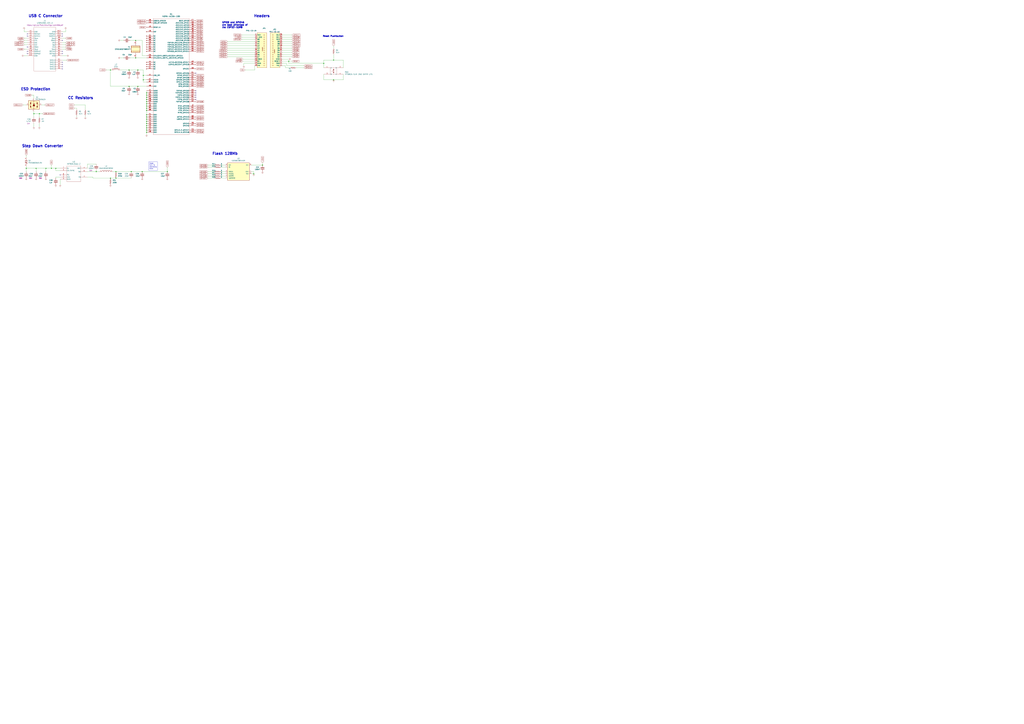
<source format=kicad_sch>
(kicad_sch (version 20230121) (generator eeschema)
  (paper "A0")
  (junction (at 152.4 199.39))
  (junction (at 335.28 71.12))
  (junction (at 170.18 118.11))
  (junction (at 375.92 73.66))
  (junction (at 128.27 81.28))
  (junction (at 134.62 199.39))
  (junction (at 149.86 81.28))
  (junction (at 170.18 123.19))
  (junction (at 170.18 135.89))
  (junction (at 64.77 195.58))
  (junction (at 170.18 107.95))
  (junction (at 387.35 69.85))
  (junction (at 39.37 132.08))
  (junction (at 166.37 87.63))
  (junction (at 53.34 195.58))
  (junction (at 170.18 115.57))
  (junction (at 170.18 153.67))
  (junction (at 160.02 81.28))
  (junction (at 166.37 92.71))
  (junction (at 170.18 133.35))
  (junction (at 387.35 92.71))
  (junction (at 170.18 120.65))
  (junction (at 170.18 151.13))
  (junction (at 170.18 148.59))
  (junction (at 157.48 67.31))
  (junction (at 41.91 195.58))
  (junction (at 149.86 100.33))
  (junction (at 160.02 100.33))
  (junction (at 170.18 143.51))
  (junction (at 170.18 138.43))
  (junction (at 45.72 132.08))
  (junction (at 194.31 199.39))
  (junction (at 170.18 146.05))
  (junction (at 304.8 191.77))
  (junction (at 59.69 195.58))
  (junction (at 170.18 125.73))
  (junction (at 134.62 207.01))
  (junction (at 165.1 199.39))
  (junction (at 30.48 195.58))
  (junction (at 170.18 140.97))
  (junction (at 294.64 201.93))
  (junction (at 170.18 128.27))
  (junction (at 170.18 113.03))
  (junction (at 157.48 46.99))
  (junction (at 128.27 207.01))
  (junction (at 170.18 110.49))
  (junction (at 111.76 199.39))
  (no_connect (at 72.39 39.37))
  (no_connect (at 72.39 62.23))
  (no_connect (at 227.33 85.09))
  (no_connect (at 227.33 115.57))
  (no_connect (at 31.75 59.69))
  (no_connect (at 227.33 110.49))
  (no_connect (at 72.39 72.39))
  (no_connect (at 72.39 59.69))
  (no_connect (at 72.39 77.47))
  (no_connect (at 31.75 62.23))
  (no_connect (at 227.33 107.95))
  (no_connect (at 227.33 113.03))
  (no_connect (at 72.39 80.01))
  (no_connect (at 72.39 41.91))
  (no_connect (at 31.75 54.61))
  (no_connect (at 31.75 39.37))
  (no_connect (at 31.75 41.91))
  (no_connect (at 72.39 74.93))
  (no_connect (at 227.33 105.41))
  (no_connect (at 69.85 203.2))
  (no_connect (at 72.39 46.99))
  (wire (pts (xy 88.9 125.73) (xy 88.9 127)))
  (wire (pts (xy 86.36 121.92) (xy 99.06 121.92)))
  (wire (pts (xy 387.35 63.5) (xy 387.35 69.85)))
  (wire (pts (xy 165.1 64.77) (xy 165.1 46.99)))
  (wire (pts (xy 107.95 205.74) (xy 101.6 205.74)))
  (wire (pts (xy 170.18 146.05) (xy 170.18 148.59)))
  (wire (pts (xy 170.18 153.67) (xy 170.18 156.21)))
  (wire (pts (xy 134.62 207.01) (xy 128.27 207.01)))
  (wire (pts (xy 39.37 132.08) (xy 45.72 132.08)))
  (wire (pts (xy 335.28 71.12) (xy 339.09 71.12)))
  (wire (pts (xy 166.37 92.71) (xy 170.18 92.71)))
  (wire (pts (xy 294.64 201.93) (xy 292.1 201.93)))
  (wire (pts (xy 48.26 121.92) (xy 52.07 121.92)))
  (wire (pts (xy 166.37 87.63) (xy 166.37 81.28)))
  (wire (pts (xy 45.72 143.51) (xy 45.72 147.32)))
  (wire (pts (xy 64.77 195.58) (xy 69.85 195.58)))
  (wire (pts (xy 27.94 64.77) (xy 31.75 64.77)))
  (wire (pts (xy 166.37 95.25) (xy 166.37 92.71)))
  (wire (pts (xy 398.78 69.85) (xy 387.35 69.85)))
  (wire (pts (xy 157.48 67.31) (xy 170.18 67.31)))
  (wire (pts (xy 166.37 81.28) (xy 160.02 81.28)))
  (wire (pts (xy 72.39 64.77) (xy 77.47 64.77)))
  (wire (pts (xy 170.18 128.27) (xy 170.18 133.35)))
  (wire (pts (xy 327.66 71.12) (xy 335.28 71.12)))
  (wire (pts (xy 45.72 132.08) (xy 49.53 132.08)))
  (wire (pts (xy 170.18 125.73) (xy 170.18 128.27)))
  (wire (pts (xy 327.66 58.42) (xy 339.09 58.42)))
  (wire (pts (xy 76.2 36.83) (xy 72.39 36.83)))
  (wire (pts (xy 30.48 195.58) (xy 41.91 195.58)))
  (wire (pts (xy 256.54 194.31) (xy 261.62 194.31)))
  (wire (pts (xy 59.69 195.58) (xy 64.77 195.58)))
  (wire (pts (xy 375.92 69.85) (xy 375.92 73.66)))
  (wire (pts (xy 387.35 69.85) (xy 375.92 69.85)))
  (wire (pts (xy 241.3 199.39) (xy 248.92 199.39)))
  (wire (pts (xy 170.18 100.33) (xy 160.02 100.33)))
  (wire (pts (xy 27.94 52.07) (xy 31.75 52.07)))
  (wire (pts (xy 241.3 194.31) (xy 248.92 194.31)))
  (wire (pts (xy 30.48 195.58) (xy 30.48 199.39)))
  (wire (pts (xy 327.66 66.04) (xy 339.09 66.04)))
  (wire (pts (xy 86.36 125.73) (xy 88.9 125.73)))
  (wire (pts (xy 170.18 105.41) (xy 170.18 107.95)))
  (wire (pts (xy 152.4 199.39) (xy 165.1 199.39)))
  (wire (pts (xy 170.18 123.19) (xy 170.18 125.73)))
  (wire (pts (xy 53.34 195.58) (xy 59.69 195.58)))
  (wire (pts (xy 41.91 195.58) (xy 41.91 199.39)))
  (wire (pts (xy 111.76 199.39) (xy 111.76 198.12)))
  (wire (pts (xy 256.54 204.47) (xy 261.62 204.47)))
  (wire (pts (xy 88.9 134.62) (xy 88.9 135.89)))
  (wire (pts (xy 327.66 53.34) (xy 339.09 53.34)))
  (wire (pts (xy 41.91 195.58) (xy 53.34 195.58)))
  (wire (pts (xy 27.94 36.83) (xy 31.75 36.83)))
  (wire (pts (xy 39.37 143.51) (xy 39.37 147.32)))
  (wire (pts (xy 264.16 58.42) (xy 295.91 58.42)))
  (wire (pts (xy 128.27 207.01) (xy 107.95 207.01)))
  (wire (pts (xy 128.27 100.33) (xy 149.86 100.33)))
  (wire (pts (xy 30.48 180.34) (xy 30.48 182.88)))
  (wire (pts (xy 26.67 121.92) (xy 30.48 121.92)))
  (wire (pts (xy 335.28 68.58) (xy 327.66 68.58)))
  (wire (pts (xy 36.83 110.49) (xy 39.37 110.49)))
  (wire (pts (xy 64.77 198.12) (xy 64.77 195.58)))
  (wire (pts (xy 170.18 118.11) (xy 170.18 120.65)))
  (wire (pts (xy 27.94 44.45) (xy 31.75 44.45)))
  (wire (pts (xy 30.48 193.04) (xy 30.48 195.58)))
  (wire (pts (xy 292.1 199.39) (xy 294.64 199.39)))
  (wire (pts (xy 123.19 81.28) (xy 128.27 81.28)))
  (wire (pts (xy 294.64 199.39) (xy 294.64 201.93)))
  (wire (pts (xy 398.78 92.71) (xy 387.35 92.71)))
  (wire (pts (xy 99.06 134.62) (xy 99.06 135.89)))
  (wire (pts (xy 170.18 110.49) (xy 170.18 113.03)))
  (wire (pts (xy 284.48 81.28) (xy 295.91 81.28)))
  (wire (pts (xy 256.54 207.01) (xy 261.62 207.01)))
  (wire (pts (xy 335.28 71.12) (xy 335.28 73.66)))
  (wire (pts (xy 398.78 78.74) (xy 398.78 69.85)))
  (wire (pts (xy 281.94 68.58) (xy 295.91 68.58)))
  (wire (pts (xy 327.66 50.8) (xy 339.09 50.8)))
  (wire (pts (xy 134.62 199.39) (xy 152.4 199.39)))
  (wire (pts (xy 295.91 81.28) (xy 295.91 76.2)))
  (wire (pts (xy 327.66 48.26) (xy 339.09 48.26)))
  (wire (pts (xy 130.81 199.39) (xy 134.62 199.39)))
  (wire (pts (xy 256.54 191.77) (xy 261.62 191.77)))
  (wire (pts (xy 101.6 190.5) (xy 111.76 190.5)))
  (wire (pts (xy 170.18 87.63) (xy 166.37 87.63)))
  (wire (pts (xy 335.28 73.66) (xy 375.92 73.66)))
  (wire (pts (xy 327.66 43.18) (xy 339.09 43.18)))
  (wire (pts (xy 39.37 110.49) (xy 39.37 114.3)))
  (wire (pts (xy 64.77 205.74) (xy 69.85 205.74)))
  (wire (pts (xy 151.13 67.31) (xy 157.48 67.31)))
  (wire (pts (xy 101.6 199.39) (xy 111.76 199.39)))
  (wire (pts (xy 59.69 191.77) (xy 59.69 195.58)))
  (wire (pts (xy 39.37 132.08) (xy 39.37 135.89)))
  (wire (pts (xy 264.16 66.04) (xy 295.91 66.04)))
  (wire (pts (xy 241.3 204.47) (xy 248.92 204.47)))
  (wire (pts (xy 256.54 199.39) (xy 261.62 199.39)))
  (wire (pts (xy 77.47 69.85) (xy 72.39 69.85)))
  (wire (pts (xy 170.18 113.03) (xy 170.18 115.57)))
  (wire (pts (xy 72.39 44.45) (xy 76.2 44.45)))
  (wire (pts (xy 27.94 57.15) (xy 31.75 57.15)))
  (wire (pts (xy 69.85 198.12) (xy 64.77 198.12)))
  (wire (pts (xy 241.3 191.77) (xy 248.92 191.77)))
  (wire (pts (xy 160.02 100.33) (xy 149.86 100.33)))
  (wire (pts (xy 170.18 107.95) (xy 170.18 110.49)))
  (wire (pts (xy 170.18 151.13) (xy 170.18 153.67)))
  (wire (pts (xy 332.74 76.2) (xy 332.74 73.66)))
  (wire (pts (xy 69.85 208.28) (xy 69.85 214.63)))
  (wire (pts (xy 139.7 46.99) (xy 143.51 46.99)))
  (wire (pts (xy 76.2 34.29) (xy 76.2 36.83)))
  (wire (pts (xy 353.06 76.2) (xy 332.74 76.2)))
  (wire (pts (xy 264.16 50.8) (xy 295.91 50.8)))
  (wire (pts (xy 170.18 120.65) (xy 170.18 123.19)))
  (wire (pts (xy 72.39 49.53) (xy 76.2 49.53)))
  (wire (pts (xy 280.67 45.72) (xy 295.91 45.72)))
  (wire (pts (xy 264.16 55.88) (xy 295.91 55.88)))
  (wire (pts (xy 331.47 76.2) (xy 327.66 76.2)))
  (wire (pts (xy 327.66 55.88) (xy 339.09 55.88)))
  (wire (pts (xy 160.02 81.28) (xy 149.86 81.28)))
  (wire (pts (xy 170.18 135.89) (xy 170.18 138.43)))
  (wire (pts (xy 283.21 76.2) (xy 283.21 73.66)))
  (wire (pts (xy 53.34 195.58) (xy 53.34 199.39)))
  (wire (pts (xy 280.67 40.64) (xy 295.91 40.64)))
  (wire (pts (xy 264.16 48.26) (xy 295.91 48.26)))
  (wire (pts (xy 375.92 92.71) (xy 387.35 92.71)))
  (wire (pts (xy 166.37 92.71) (xy 166.37 87.63)))
  (wire (pts (xy 101.6 195.58) (xy 101.6 190.5)))
  (wire (pts (xy 72.39 54.61) (xy 76.2 54.61)))
  (wire (pts (xy 39.37 129.54) (xy 39.37 132.08)))
  (wire (pts (xy 170.18 140.97) (xy 170.18 143.51)))
  (wire (pts (xy 331.47 78.74) (xy 331.47 76.2)))
  (wire (pts (xy 165.1 46.99) (xy 157.48 46.99)))
  (wire (pts (xy 170.18 148.59) (xy 170.18 151.13)))
  (wire (pts (xy 170.18 133.35) (xy 170.18 135.89)))
  (wire (pts (xy 241.3 201.93) (xy 248.92 201.93)))
  (wire (pts (xy 332.74 73.66) (xy 327.66 73.66)))
  (wire (pts (xy 398.78 86.36) (xy 398.78 92.71)))
  (wire (pts (xy 107.95 207.01) (xy 107.95 205.74)))
  (wire (pts (xy 170.18 143.51) (xy 170.18 146.05)))
  (wire (pts (xy 327.66 63.5) (xy 339.09 63.5)))
  (wire (pts (xy 327.66 45.72) (xy 339.09 45.72)))
  (wire (pts (xy 151.13 46.99) (xy 157.48 46.99)))
  (wire (pts (xy 139.7 81.28) (xy 149.86 81.28)))
  (wire (pts (xy 292.1 191.77) (xy 304.8 191.77)))
  (wire (pts (xy 27.94 34.29) (xy 27.94 36.83)))
  (wire (pts (xy 281.94 71.12) (xy 295.91 71.12)))
  (wire (pts (xy 111.76 199.39) (xy 115.57 199.39)))
  (wire (pts (xy 72.39 52.07) (xy 76.2 52.07)))
  (wire (pts (xy 165.1 64.77) (xy 170.18 64.77)))
  (wire (pts (xy 45.72 132.08) (xy 45.72 135.89)))
  (wire (pts (xy 170.18 138.43) (xy 170.18 140.97)))
  (wire (pts (xy 387.35 53.34) (xy 387.35 55.88)))
  (wire (pts (xy 327.66 40.64) (xy 339.09 40.64)))
  (wire (pts (xy 353.06 78.74) (xy 344.17 78.74)))
  (wire (pts (xy 27.94 46.99) (xy 31.75 46.99)))
  (wire (pts (xy 170.18 115.57) (xy 170.18 118.11)))
  (wire (pts (xy 194.31 194.31) (xy 194.31 199.39)))
  (wire (pts (xy 99.06 121.92) (xy 99.06 127)))
  (wire (pts (xy 283.21 73.66) (xy 295.91 73.66)))
  (wire (pts (xy 336.55 78.74) (xy 331.47 78.74)))
  (wire (pts (xy 27.94 49.53) (xy 31.75 49.53)))
  (wire (pts (xy 170.18 95.25) (xy 166.37 95.25)))
  (wire (pts (xy 64.77 205.74) (xy 64.77 207.01)))
  (wire (pts (xy 304.8 189.23) (xy 304.8 191.77)))
  (wire (pts (xy 241.3 207.01) (xy 248.92 207.01)))
  (wire (pts (xy 128.27 100.33) (xy 128.27 81.28)))
  (wire (pts (xy 264.16 60.96) (xy 295.91 60.96)))
  (wire (pts (xy 327.66 60.96) (xy 339.09 60.96)))
  (wire (pts (xy 375.92 86.36) (xy 375.92 92.71)))
  (wire (pts (xy 280.67 43.18) (xy 295.91 43.18)))
  (wire (pts (xy 72.39 57.15) (xy 76.2 57.15)))
  (wire (pts (xy 264.16 53.34) (xy 295.91 53.34)))
  (wire (pts (xy 128.27 81.28) (xy 129.54 81.28)))
  (wire (pts (xy 134.62 207.01) (xy 152.4 207.01)))
  (wire (pts (xy 256.54 201.93) (xy 261.62 201.93)))
  (wire (pts (xy 264.16 63.5) (xy 295.91 63.5)))
  (wire (pts (xy 165.1 199.39) (xy 194.31 199.39)))
  (wire (pts (xy 139.7 67.31) (xy 143.51 67.31)))
  (wire (pts (xy 375.92 73.66) (xy 375.92 78.74)))
  (text_box "Note SJ1 is normally here" (at 172.72 187.96 0) (size 10.16 10.16) (effects (font (size 1.27 1.27)) (justify left top)))
  (text "Headers" (at 294.64 20.32 0) (effects (font (size 3 3) (thickness 0.6) bold) (justify left bottom)))
  (text "Step Down Converter" (at 25.4 171.45 0) (effects (font (size 3 3) (thickness 0.6) bold) (justify left bottom)))
  (text "USB C Connector" (at 33.02 20.32 0) (effects (font (size 3 3) (thickness 0.6) bold) (justify left bottom)))
  (text "Reset Pushbutton" (at 374.65 43.18 0) (effects (font (size 1.8 1.8) (thickness 0.6) bold) (justify left bottom)))
  (text "ESD Protection" (at 24.13 105.41 0) (effects (font (size 3 3) (thickness 0.6) bold) (justify left bottom)))
  (text "Flash 128Mb" (at 246.38 180.34 0) (effects (font (size 3 3) (thickness 0.6) bold) (justify left bottom)))
  (text "GPIO0 and GPIO46\nare boot pinstraps of\nthe ESP32-S3R8" (at 257.81 33.02 0) (effects (font (size 1.8 1.8) (thickness 0.6) bold) (justify left bottom)))
  (text "CC Resistors" (at 78.74 115.57 0) (effects (font (size 3 3) (thickness 0.6) bold) (justify left bottom)))
  (global_label "GPIO1" (shape input) (at 227.33 26.67 0) (property "Intersheetrefs" "${INTERSHEET_REFS}" (effects hide)))
  (global_label "GPIO41" (shape input) (at 227.33 128.27 0) (property "Intersheetrefs" "${INTERSHEET_REFS}" (effects hide)))
  (global_label "GPIO13" (shape input) (at 264.16 63.5 180) (property "Intersheetrefs" "${INTERSHEET_REFS}" (effects hide)))
  (global_label "GPIO7" (shape input) (at 339.09 60.96 0) (property "Intersheetrefs" "${INTERSHEET_REFS}" (effects hide)))
  (global_label "CC1" (shape input) (at 27.94 46.99 180) (property "Intersheetrefs" "${INTERSHEET_REFS}" (effects hide)))
  (global_label "GPIO42" (shape input) (at 227.33 130.81 0) (property "Intersheetrefs" "${INTERSHEET_REFS}" (effects hide)))
  (global_label "GPIO14" (shape input) (at 227.33 59.69 0) (property "Intersheetrefs" "${INTERSHEET_REFS}" (effects hide)))
  (global_label "CC2" (shape input) (at 86.36 125.73 180) (property "Intersheetrefs" "${INTERSHEET_REFS}" (effects hide)))
  (global_label "GPIO28" (shape input) (at 227.33 90.17 0) (property "Intersheetrefs" "${INTERSHEET_REFS}" (effects hide)))
  (global_label "GPIO10" (shape input) (at 339.09 53.34 0) (property "Intersheetrefs" "${INTERSHEET_REFS}" (effects hide)))
  (global_label "GPIO0" (shape input) (at 227.33 24.13 0) (property "Intersheetrefs" "${INTERSHEET_REFS}" (effects hide)))
  (global_label "VUSB" (shape input) (at 27.94 44.45 180) (property "Intersheetrefs" "${INTERSHEET_REFS}" (effects hide)))
  (global_label "GPIO43" (shape input) (at 353.06 78.74 0) (property "Intersheetrefs" "${INTERSHEET_REFS}" (effects hide)))
  (global_label "USB_D_P" (shape input) (at 76.2 52.07 0) (property "Intersheetrefs" "${INTERSHEET_REFS}" (effects hide)))
  (global_label "GPIO48" (shape input) (at 280.67 40.64 180) (property "Intersheetrefs" "${INTERSHEET_REFS}" (effects hide)))
  (global_label "GPIO47" (shape input) (at 227.33 151.13 0) (property "Intersheetrefs" "${INTERSHEET_REFS}" (effects hide)))
  (global_label "GPIO44" (shape input) (at 353.06 76.2 0) (property "Intersheetrefs" "${INTERSHEET_REFS}" (effects hide)))
  (global_label "GPIO2" (shape input) (at 227.33 29.21 0) (property "Intersheetrefs" "${INTERSHEET_REFS}" (effects hide)))
  (global_label "GPIO31" (shape input) (at 227.33 97.79 0) (property "Intersheetrefs" "${INTERSHEET_REFS}" (effects hide)))
  (global_label "VUSB" (shape input) (at 76.2 57.15 0) (property "Intersheetrefs" "${INTERSHEET_REFS}" (effects hide)))
  (global_label "USB_D_N" (shape input) (at 170.18 24.13 180) (property "Intersheetrefs" "${INTERSHEET_REFS}" (effects hide)))
  (global_label "GPIO32" (shape input) (at 227.33 100.33 0) (property "Intersheetrefs" "${INTERSHEET_REFS}" (effects hide)))
  (global_label "CC2" (shape input) (at 76.2 54.61 0) (property "Intersheetrefs" "${INTERSHEET_REFS}" (effects hide)))
  (global_label "GPIO28" (shape input) (at 241.3 204.47 180) (property "Intersheetrefs" "${INTERSHEET_REFS}" (effects hide)))
  (global_label "GPIO18" (shape input) (at 227.33 74.93 0) (property "Intersheetrefs" "${INTERSHEET_REFS}" (effects hide)))
  (global_label "GPIO45" (shape input) (at 227.33 143.51 0) (property "Intersheetrefs" "${INTERSHEET_REFS}" (effects hide)))
  (global_label "GPIO21" (shape input) (at 227.33 80.01 0) (property "Intersheetrefs" "${INTERSHEET_REFS}" (effects hide)))
  (global_label "USB_D_P" (shape input) (at 52.07 121.92 0) (property "Intersheetrefs" "${INTERSHEET_REFS}" (effects hide)))
  (global_label "RESET" (shape input) (at 170.18 31.75 180) (property "Intersheetrefs" "${INTERSHEET_REFS}" (effects hide)))
  (global_label "GPIO11" (shape input) (at 227.33 52.07 0) (property "Intersheetrefs" "${INTERSHEET_REFS}" (effects hide)))
  (global_label "GPIO6" (shape input) (at 227.33 39.37 0) (property "Intersheetrefs" "${INTERSHEET_REFS}" (effects hide)))
  (global_label "VUSB" (shape input) (at 76.2 44.45 0) (property "Intersheetrefs" "${INTERSHEET_REFS}" (effects hide)))
  (global_label "GPIO38" (shape input) (at 227.33 118.11 0) (property "Intersheetrefs" "${INTERSHEET_REFS}" (effects hide)))
  (global_label "GPIO29" (shape input) (at 227.33 92.71 0) (property "Intersheetrefs" "${INTERSHEET_REFS}" (effects hide)))
  (global_label "GPIO10" (shape input) (at 227.33 49.53 0) (property "Intersheetrefs" "${INTERSHEET_REFS}" (effects hide)))
  (global_label "GPIO3" (shape input) (at 227.33 31.75 0) (property "Intersheetrefs" "${INTERSHEET_REFS}" (effects hide)))
  (global_label "VIN" (shape input) (at 59.69 191.77 90) (property "Intersheetrefs" "${INTERSHEET_REFS}" (effects hide)))
  (global_label "GPIO5" (shape input) (at 339.09 66.04 0) (property "Intersheetrefs" "${INTERSHEET_REFS}" (effects hide)))
  (global_label "USB_D_P" (shape input) (at 170.18 26.67 180) (property "Intersheetrefs" "${INTERSHEET_REFS}" (effects hide)))
  (global_label "+3V3" (shape input) (at 304.8 189.23 90) (property "Intersheetrefs" "${INTERSHEET_REFS}" (effects hide)))
  (global_label "VUSB" (shape input) (at 27.94 57.15 180) (property "Intersheetrefs" "${INTERSHEET_REFS}" (effects hide)))
  (global_label "+3V3" (shape input) (at 280.67 43.18 180) (property "Intersheetrefs" "${INTERSHEET_REFS}" (effects hide)))
  (global_label "GPIO46" (shape input) (at 227.33 146.05 0) (property "Intersheetrefs" "${INTERSHEET_REFS}" (effects hide)))
  (global_label "+3V3" (shape input) (at 123.19 81.28 180) (property "Intersheetrefs" "${INTERSHEET_REFS}" (effects hide)))
  (global_label "VUSB" (shape input) (at 30.48 180.34 90) (property "Intersheetrefs" "${INTERSHEET_REFS}" (effects hide)))
  (global_label "GPIO3" (shape input) (at 264.16 53.34 180) (property "Intersheetrefs" "${INTERSHEET_REFS}" (effects hide)))
  (global_label "GPIO8" (shape input) (at 227.33 44.45 0) (property "Intersheetrefs" "${INTERSHEET_REFS}" (effects hide)))
  (global_label "GPIO6" (shape input) (at 339.09 63.5 0) (property "Intersheetrefs" "${INTERSHEET_REFS}" (effects hide)))
  (global_label "GPIO27" (shape input) (at 227.33 87.63 0) (property "Intersheetrefs" "${INTERSHEET_REFS}" (effects hide)))
  (global_label "USB_D_P" (shape input) (at 27.94 49.53 180) (property "Intersheetrefs" "${INTERSHEET_REFS}" (effects hide)))
  (global_label "GPIO12" (shape input) (at 264.16 60.96 180) (property "Intersheetrefs" "${INTERSHEET_REFS}" (effects hide)))
  (global_label "RESET" (shape input) (at 339.09 71.12 0) (property "Intersheetrefs" "${INTERSHEET_REFS}" (effects hide)))
  (global_label "VUSB" (shape input) (at 281.94 68.58 180) (property "Intersheetrefs" "${INTERSHEET_REFS}" (effects hide)))
  (global_label "GPIO47" (shape input) (at 339.09 40.64 0) (property "Intersheetrefs" "${INTERSHEET_REFS}" (effects hide)))
  (global_label "USB_SHIELD" (shape input) (at 77.47 69.85 0) (property "Intersheetrefs" "${INTERSHEET_REFS}" (effects hide)))
  (global_label "+3V3" (shape input) (at 387.35 53.34 90) (property "Intersheetrefs" "${INTERSHEET_REFS}" (effects hide)))
  (global_label "GPIO38" (shape input) (at 339.09 43.18 0) (property "Intersheetrefs" "${INTERSHEET_REFS}" (effects hide)))
  (global_label "GPIO46" (shape input) (at 280.67 45.72 180) (property "Intersheetrefs" "${INTERSHEET_REFS}" (effects hide)))
  (global_label "GPIO9" (shape input) (at 227.33 46.99 0) (property "Intersheetrefs" "${INTERSHEET_REFS}" (effects hide)))
  (global_label "VIN" (shape input) (at 284.48 81.28 180) (property "Intersheetrefs" "${INTERSHEET_REFS}" (effects hide)))
  (global_label "USB_D_N" (shape input) (at 27.94 52.07 180) (property "Intersheetrefs" "${INTERSHEET_REFS}" (effects hide)))
  (global_label "GPIO29" (shape input) (at 241.3 194.31 180) (property "Intersheetrefs" "${INTERSHEET_REFS}" (effects hide)))
  (global_label "GPIO30" (shape input) (at 241.3 191.77 180) (property "Intersheetrefs" "${INTERSHEET_REFS}" (effects hide)))
  (global_label "GPIO17" (shape input) (at 227.33 72.39 0) (property "Intersheetrefs" "${INTERSHEET_REFS}" (effects hide)))
  (global_label "GPIO1" (shape input) (at 264.16 48.26 180) (property "Intersheetrefs" "${INTERSHEET_REFS}" (effects hide)))
  (global_label "GPIO4" (shape input) (at 227.33 34.29 0) (property "Intersheetrefs" "${INTERSHEET_REFS}" (effects hide)))
  (global_label "GPIO2" (shape input) (at 264.16 50.8 180) (property "Intersheetrefs" "${INTERSHEET_REFS}" (effects hide)))
  (global_label "GPIO11" (shape input) (at 264.16 58.42 180) (property "Intersheetrefs" "${INTERSHEET_REFS}" (effects hide)))
  (global_label "GPIO31" (shape input) (at 241.3 201.93 180) (property "Intersheetrefs" "${INTERSHEET_REFS}" (effects hide)))
  (global_label "GPIO21" (shape input) (at 339.09 45.72 0) (property "Intersheetrefs" "${INTERSHEET_REFS}" (effects hide)))
  (global_label "+3V3" (shape input) (at 194.31 194.31 90) (property "Intersheetrefs" "${INTERSHEET_REFS}" (effects hide)))
  (global_label "CC1" (shape input) (at 86.36 121.92 180) (property "Intersheetrefs" "${INTERSHEET_REFS}" (effects hide)))
  (global_label "USB_D_N" (shape input) (at 26.67 121.92 180) (property "Intersheetrefs" "${INTERSHEET_REFS}" (effects hide)))
  (global_label "USB_D_N" (shape input) (at 76.2 49.53 0) (property "Intersheetrefs" "${INTERSHEET_REFS}" (effects hide)))
  (global_label "GPIO12" (shape input) (at 227.33 54.61 0) (property "Intersheetrefs" "${INTERSHEET_REFS}" (effects hide)))
  (global_label "GPIO44" (shape input) (at 227.33 138.43 0) (property "Intersheetrefs" "${INTERSHEET_REFS}" (effects hide)))
  (global_label "GPIO5" (shape input) (at 227.33 36.83 0) (property "Intersheetrefs" "${INTERSHEET_REFS}" (effects hide)))
  (global_label "GPIO43" (shape input) (at 227.33 135.89 0) (property "Intersheetrefs" "${INTERSHEET_REFS}" (effects hide)))
  (global_label "GPIO32" (shape input) (at 241.3 199.39 180) (property "Intersheetrefs" "${INTERSHEET_REFS}" (effects hide)))
  (global_label "GPIO13" (shape input) (at 227.33 57.15 0) (property "Intersheetrefs" "${INTERSHEET_REFS}" (effects hide)))
  (global_label "GPIO18" (shape input) (at 339.09 48.26 0) (property "Intersheetrefs" "${INTERSHEET_REFS}" (effects hide)))
  (global_label "GPIO7" (shape input) (at 227.33 41.91 0) (property "Intersheetrefs" "${INTERSHEET_REFS}" (effects hide)))
  (global_label "GPIO40" (shape input) (at 227.33 125.73 0) (property "Intersheetrefs" "${INTERSHEET_REFS}" (effects hide)))
  (global_label "GPIO4" (shape input) (at 264.16 55.88 180) (property "Intersheetrefs" "${INTERSHEET_REFS}" (effects hide)))
  (global_label "GPIO39" (shape input) (at 227.33 123.19 0) (property "Intersheetrefs" "${INTERSHEET_REFS}" (effects hide)))
  (global_label "GPIO30" (shape input) (at 227.33 95.25 0) (property "Intersheetrefs" "${INTERSHEET_REFS}" (effects hide)))
  (global_label "GPIO9" (shape input) (at 339.09 55.88 0) (property "Intersheetrefs" "${INTERSHEET_REFS}" (effects hide)))
  (global_label "GPIO14" (shape input) (at 264.16 66.04 180) (property "Intersheetrefs" "${INTERSHEET_REFS}" (effects hide)))
  (global_label "VUSB" (shape input) (at 36.83 110.49 180) (property "Intersheetrefs" "${INTERSHEET_REFS}" (effects hide)))
  (global_label "GPIO48" (shape input) (at 227.33 153.67 0) (property "Intersheetrefs" "${INTERSHEET_REFS}" (effects hide)))
  (global_label "GPIO27" (shape input) (at 241.3 207.01 180) (property "Intersheetrefs" "${INTERSHEET_REFS}" (effects hide)))
  (global_label "GPIO17" (shape input) (at 339.09 50.8 0) (property "Intersheetrefs" "${INTERSHEET_REFS}" (effects hide)))
  (global_label "GPIO0" (shape input) (at 281.94 71.12 180) (property "Intersheetrefs" "${INTERSHEET_REFS}" (effects hide)))
  (global_label "GPIO8" (shape input) (at 339.09 58.42 0) (property "Intersheetrefs" "${INTERSHEET_REFS}" (effects hide)))
  (global_label "USB_SHIELD" (shape input) (at 49.53 132.08 0) (property "Intersheetrefs" "${INTERSHEET_REFS}" (effects hide)))
  (symbol (lib_id "Capacitor_US_AKL:C_0603") (at 41.91 203.2 0) (unit 1)
    (property "Reference" "C23" (at 34.29 201.93 0) (effects (justify left)))
    (property "Value" "10uF" (at 33.02 204.47 0) (effects (justify left)))
    (property "Footprint" "Capacitor_SMD_AKL:C_0603_1608Metric" (effects hide))
    (property "Voltage" "25V" (at 35.56 207.01 0))
  )
  (symbol (lib_id "Capacitor_US_AKL:C_0603") (at 53.34 203.2 0) (unit 1)
    (property "Reference" "C24" (at 45.72 201.93 0) (effects (justify left)))
    (property "Value" "10uF" (at 44.45 204.47 0) (effects (justify left)))
    (property "Footprint" "Capacitor_SMD_AKL:C_0603_1608Metric" (effects hide))
    (property "Voltage" "25V" (at 46.99 207.01 0))
  )
  (symbol (lib_id "power:Earth") (at 149.86 107.95 0) (unit 1)
    (property "Reference" "#PWR021" (effects hide))
    (property "Value" "Earth" (effects hide))
  )
  (symbol (lib_id "Capacitor_US_AKL:C_0603") (at 152.4 203.2 0) (unit 1)
    (property "Reference" "C25" (at 144.78 201.93 0) (effects (justify left)))
    (property "Value" "22pF" (at 144.78 204.47 0) (effects (justify left)))
    (property "Footprint" "Capacitor_SMD_AKL:C_0603_1608Metric" (effects hide))
  )
  (symbol (lib_id "power:Earth") (at 39.37 147.32 0) (unit 1)
    (property "Reference" "#PWR05" (effects hide))
    (property "Value" "Earth" (effects hide))
  )
  (symbol (lib_id "Resistor_US_AKL:R_0603") (at 252.73 207.01 90) (unit 1)
    (property "Reference" "R20" (at 250.19 205.74 90) (effects (justify left)))
    (property "Value" "0" (at 257.81 205.74 90) (effects (justify left)))
    (property "Footprint" "Resistor_SMD_AKL:R_0603_1608Metric" (effects hide))
  )
  (symbol (lib_id "PMEG6020AELRX:PMEG6020AELRX") (at 30.48 187.96 270) (unit 1)
    (property "Reference" "D2" (at 33.02 186.69 90) (effects (justify left)))
    (property "Value" "PMEG6020AELRX" (at 33.02 189.23 90) (effects (justify left)))
    (property "Footprint" "PMEG6020AELRX:PMEG6020AELRX" (effects hide))
  )
  (symbol (lib_id "Resistor_US_AKL:R_0603") (at 134.62 203.2 0) (unit 1)
    (property "Reference" "R18" (at 137.16 201.93 0) (effects (justify left)))
    (property "Value" "976k" (at 137.16 204.47 0) (effects (justify left)))
    (property "Footprint" "Resistor_SMD_AKL:R_0603_1608Metric" (effects hide))
  )
  (symbol (lib_id "CM315D32768DZFT:CM315D32768DZFT") (at 157.48 57.15 270) (unit 1)
    (property "Reference" "Y1" (at 148.59 54.61 90) (effects (justify left)))
    (property "Value" "CM315D32768DZFT" (at 133.35 57.15 90) (effects (justify left)))
    (property "Footprint" "CM315D32768DZFT:CM315D32768DZFT" (effects hide))
  )
  (symbol (lib_id "power:Earth") (at 139.7 46.99 270) (unit 1)
    (property "Reference" "#PWR019" (effects hide))
    (property "Value" "Earth" (effects hide))
  )
  (symbol (lib_id "power:Earth") (at 77.47 64.77 90) (unit 1)
    (property "Reference" "#PWR02" (effects hide))
    (property "Value" "Earth" (effects hide))
  )
  (symbol (lib_id "MAKK2016T3R3M:MAKK2016T3R3M") (at 123.19 199.39 0) (unit 1)
    (property "Reference" "L3" (at 123.19 193.04 0))
    (property "Value" "MAKK2016T3R3M" (at 123.19 195.58 0))
    (property "Footprint" "MAKK2016T3R3M:MAKK2016T3R3M" (effects hide))
  )
  (symbol (lib_id "power:Earth") (at 128.27 214.63 0) (unit 1)
    (property "Reference" "#PWR014" (effects hide))
    (property "Value" "Earth" (effects hide))
  )
  (symbol (lib_id "Capacitor_US_AKL:C_0603") (at 194.31 203.2 0) (unit 1)
    (property "Reference" "C27" (at 186.69 201.93 0) (effects (justify left)))
    (property "Value" "10uF" (at 186.69 204.47 0) (effects (justify left)))
    (property "Footprint" "Capacitor_SMD_AKL:C_0603_1608Metric" (effects hide))
  )
  (symbol (lib_id "power:Earth") (at 194.31 207.01 0) (unit 1)
    (property "Reference" "#PWR016" (effects hide))
    (property "Value" "Earth" (effects hide))
  )
  (symbol (lib_id "Capacitor_US_AKL:C_0603") (at 304.8 195.58 0) (unit 1)
    (property "Reference" "C21" (at 297.18 194.31 0) (effects (justify left)))
    (property "Value" "100nF" (at 295.91 196.85 0) (effects (justify left)))
    (property "Footprint" "Capacitor_SMD_AKL:C_0603_1608Metric" (effects hide))
    (property "Voltage" "50V" (effects hide))
  )
  (symbol (lib_id "power:Earth") (at 149.86 88.9 0) (unit 1)
    (property "Reference" "#PWR022" (effects hide))
    (property "Value" "Earth" (effects hide))
  )
  (symbol (lib_id "Capacitor_US_AKL:C_0603") (at 165.1 203.2 0) (unit 1)
    (property "Reference" "C26" (at 157.48 201.93 0) (effects (justify left)))
    (property "Value" "10uF" (at 157.48 204.47 0) (effects (justify left)))
    (property "Footprint" "Capacitor_SMD_AKL:C_0603_1608Metric" (effects hide))
  )
  (symbol (lib_id "PH1-15-UA:PH1-15-UA") (at 312.42 36.83 0) (unit 1)
    (property "Reference" "JP1" (at 304.8 33.02 0) (effects (justify left)))
    (property "Value" "PH1-15-UA" (at 285.75 35.56 0) (effects (justify left)))
  )
  (symbol (lib_id "Resistor_US_AKL:R_0603") (at 387.35 59.69 0) (unit 1)
    (property "Reference" "R3" (at 389.89 58.42 0) (effects (justify left)))
    (property "Value" "5.1k" (at 389.89 60.96 0) (effects (justify left)))
    (property "Footprint" "Resistor_SMD_AKL:R_0603_1608Metric" (effects hide))
  )
  (symbol (lib_id "Resistor_US_AKL:R_0603") (at 99.06 130.81 0) (unit 1)
    (property "Reference" "R6" (at 101.6 129.54 0) (effects (justify left)))
    (property "Value" "5.1k" (at 101.6 132.08 0) (effects (justify left)))
    (property "Footprint" "Resistor_SMD_AKL:R_0603_1608Metric" (effects hide))
  )
  (symbol (lib_id "power:Earth") (at 41.91 207.01 0) (unit 1)
    (property "Reference" "#PWR010" (effects hide))
    (property "Value" "Earth" (effects hide))
  )
  (symbol (lib_id "Capacitor_US_AKL:C_0603") (at 160.02 104.14 0) (unit 1)
    (property "Reference" "C2" (at 154.94 102.87 0) (effects (justify left)))
    (property "Value" "100nF" (at 153.67 106.68 0) (effects (justify left)))
    (property "Footprint" "Capacitor_SMD_AKL:C_0603_1608Metric" (effects hide))
  )
  (symbol (lib_id "Capacitor_US_AKL:C_0603") (at 149.86 104.14 0) (unit 1)
    (property "Reference" "C9" (at 142.24 102.87 0) (effects (justify left)))
    (property "Value" "10uF" (at 140.97 105.41 0) (effects (justify left)))
    (property "Footprint" "Capacitor_SMD_AKL:C_0603_1608Metric" (effects hide))
  )
  (symbol (lib_id "Capacitor_US_AKL:C_0603") (at 111.76 194.31 0) (unit 1)
    (property "Reference" "C20" (at 104.14 193.04 0) (effects (justify left)))
    (property "Value" "100nF" (at 102.87 195.58 0) (effects (justify left)))
    (property "Footprint" "Capacitor_SMD_AKL:C_0603_1608Metric" (effects hide))
    (property "Voltage" "50V" (at 105.41 198.12 0))
  )
  (symbol (lib_id "power:Earth") (at 304.8 199.39 0) (unit 1)
    (property "Reference" "#PWR017" (effects hide))
    (property "Value" "Earth" (effects hide))
  )
  (symbol (lib_name "PH1-15-UA_1") (lib_id "PH1-15-UA:PH1-15-UA") (at 311.15 80.01 180) (unit 1)
    (property "Reference" "JP2" (at 318.77 34.29 0))
    (property "Value" "PH1-15-UA" (at 318.77 36.83 0))
  )
  (symbol (lib_id "power:Earth") (at 27.94 34.29 180) (unit 1)
    (property "Reference" "#PWR01" (effects hide))
    (property "Value" "Earth" (effects hide))
  )
  (symbol (lib_id "power:Earth") (at 170.18 156.21 0) (unit 1)
    (property "Reference" "#PWR025" (effects hide))
    (property "Value" "Earth" (effects hide))
  )
  (symbol (lib_id "Capacitor_US_AKL:C_0603") (at 147.32 67.31 270) (unit 1)
    (property "Reference" "C5" (at 142.24 63.5 90) (effects (justify left)))
    (property "Value" "12pF" (at 148.59 63.5 90) (effects (justify left)))
    (property "Footprint" "Capacitor_SMD_AKL:C_0603_1608Metric" (effects hide))
  )
  (symbol (lib_id "Resistor_US_AKL:R_0603") (at 252.73 194.31 90) (unit 1)
    (property "Reference" "R15" (at 250.19 193.04 90) (effects (justify left)))
    (property "Value" "0" (at 257.81 193.04 90) (effects (justify left)))
    (property "Footprint" "Resistor_SMD_AKL:R_0603_1608Metric" (effects hide))
  )
  (symbol (lib_id "power:Earth") (at 88.9 135.89 0) (unit 1)
    (property "Reference" "#PWR07" (effects hide))
    (property "Value" "Earth" (effects hide))
  )
  (symbol (lib_id "MP9943GQ-Z:MP9943GQ-Z") (at 69.85 198.12 0) (unit 1)
    (property "Reference" "U2" (at 85.725 187.96 0) (effects (font (size 1.524 1.524))))
    (property "Value" "MP9943GQ-Z" (at 85.725 190.5 0) (effects (font (size 1.524 1.524))))
    (property "Footprint" "MP9943GQ-Z:MP9943GQ-Z" (effects hide))
  )
  (symbol (lib_id "0603_inductor:0603_inductor") (at 129.54 81.28 0) (unit 1)
    (property "Reference" "L2" (at 134.6223 74.93 0) (effects (font (size 1.524 1.524))))
    (property "Value" "2nH" (at 134.6223 77.47 0) (effects (font (size 1.524 1.524))))
    (property "Footprint" "0603_inductor:0603_inductor" (effects hide))
  )
  (symbol (lib_id "Capacitor_US_AKL:C_0603") (at 30.48 203.2 0) (unit 1)
    (property "Reference" "C22" (at 22.86 201.93 0) (effects (justify left)))
    (property "Value" "100nF" (at 21.59 204.47 0) (effects (justify left)))
    (property "Footprint" "Capacitor_SMD_AKL:C_0603_1608Metric" (effects hide))
    (property "Voltage" "50V" (at 24.13 207.01 0))
  )
  (symbol (lib_id "power:Earth") (at 165.1 207.01 0) (unit 1)
    (property "Reference" "#PWR015" (effects hide))
    (property "Value" "Earth" (effects hide))
  )
  (symbol (lib_id "Capacitor_US_AKL:C_0603") (at 39.37 139.7 0) (unit 1)
    (property "Reference" "C16" (at 31.75 138.43 0) (effects (justify left)))
    (property "Value" "4.7nF" (at 30.48 140.97 0) (effects (justify left)))
    (property "Footprint" "Capacitor_SMD_AKL:C_0603_1608Metric" (effects hide))
    (property "Voltage" "1kV" (at 33.02 143.51 0))
  )
  (symbol (lib_id "power:Earth") (at 64.77 214.63 0) (unit 1)
    (property "Reference" "#PWR012" (effects hide))
    (property "Value" "Earth" (effects hide))
  )
  (symbol (lib_id "Resistor_US_AKL:R_0603") (at 340.36 78.74 90) (unit 1)
    (property "Reference" "R4" (at 336.55 80.01 90))
    (property "Value" "499" (at 336.55 82.55 90))
    (property "Footprint" "Resistor_SMD_AKL:R_0603_1608Metric" (effects hide))
  )
  (symbol (lib_id "power:Earth") (at 30.48 207.01 0) (unit 1)
    (property "Reference" "#PWR09" (effects hide))
    (property "Value" "Earth" (effects hide))
  )
  (symbol (lib_id "power:Earth") (at 335.28 68.58 90) (unit 1)
    (property "Reference" "#PWR027" (effects hide))
    (property "Value" "Earth" (effects hide))
  )
  (symbol (lib_id "Resistor_US_AKL:R_0603") (at 128.27 210.82 0) (unit 1)
    (property "Reference" "R21" (at 130.81 209.55 0) (effects (justify left)))
    (property "Value" "220k" (at 130.81 212.09 0) (effects (justify left)))
    (property "Footprint" "Resistor_SMD_AKL:R_0603_1608Metric" (effects hide))
  )
  (symbol (lib_id "power:Earth") (at 294.64 201.93 0) (unit 1)
    (property "Reference" "#PWR018" (effects hide))
    (property "Value" "Earth" (effects hide))
  )
  (symbol (lib_id "power:Earth") (at 139.7 67.31 270) (unit 1)
    (property "Reference" "#PWR020" (effects hide))
    (property "Value" "Earth" (effects hide))
  )
  (symbol (lib_id "power:Earth") (at 27.94 64.77 270) (unit 1)
    (property "Reference" "#PWR04" (effects hide))
    (property "Value" "Earth" (effects hide))
  )
  (symbol (lib_id "Capacitor_US_AKL:C_0603") (at 64.77 210.82 0) (unit 1)
    (property "Reference" "C28" (at 57.15 209.55 0) (effects (justify left)))
    (property "Value" "1uF" (at 57.15 212.09 0) (effects (justify left)))
    (property "Footprint" "Capacitor_SMD_AKL:C_0603_1608Metric" (effects hide))
  )
  (symbol (lib_id "Capacitor_US_AKL:C_0603") (at 160.02 85.09 0) (unit 1)
    (property "Reference" "C1" (at 154.94 83.82 0) (effects (justify left)))
    (property "Value" "1uF" (at 153.67 86.36 0) (effects (justify left)))
    (property "Footprint" "Capacitor_SMD_AKL:C_0603_1608Metric" (effects hide))
  )
  (symbol (lib_id "Resistor_US_AKL:R_0603") (at 45.72 139.7 0) (unit 1)
    (property "Reference" "R7" (at 48.26 138.43 0) (effects (justify left)))
    (property "Value" "1M" (at 48.26 140.97 0) (effects (justify left)))
    (property "Footprint" "Resistor_SMD_AKL:R_0603_1608Metric" (effects hide))
  )
  (symbol (lib_id "power:Earth") (at 76.2 34.29 180) (unit 1)
    (property "Reference" "#PWR03" (effects hide))
    (property "Value" "Earth" (effects hide))
  )
  (symbol (lib_id "GD25B128EWIGR_128Mb:GD25B128EWIGR") (at 276.86 199.39 0) (unit 1)
    (property "Reference" "U3" (at 276.86 184.15 0))
    (property "Value" "GD25B128EWIGR" (at 276.86 186.69 0))
    (property "Footprint" "GD25B128EWIGR_128Mb:GD25B128EWIGR_128Mb" (effects hide))
    (property "Datasheet" "https://www.macronix.com/Lists/ApplicationNote/Attachments/1997/AN0159V4-%20Recommended%20PCB%20Pad%20Layouts%20for%208-USON%20and%208-WSON%20Packages_2.pdf" (effects hide))
  )
  (symbol (lib_id "power:Earth") (at 69.85 214.63 0) (unit 1)
    (property "Reference" "#PWR013" (effects hide))
    (property "Value" "Earth" (effects hide))
  )
  (symbol (lib_id "power:Earth") (at 283.21 76.2 0) (unit 1)
    (property "Reference" "#PWR026" (effects hide))
    (property "Value" "Earth" (effects hide))
  )
  (symbol (lib_id "Capacitor_US_AKL:C_0603") (at 149.86 85.09 0) (unit 1)
    (property "Reference" "C12" (at 142.24 83.82 0) (effects (justify left)))
    (property "Value" "100nF" (at 140.97 86.36 0) (effects (justify left)))
    (property "Footprint" "Capacitor_SMD_AKL:C_0603_1608Metric" (effects hide))
  )
  (symbol (lib_id "Resistor_US_AKL:R_0603") (at 252.73 201.93 90) (unit 1)
    (property "Reference" "R17" (at 250.19 200.66 90) (effects (justify left)))
    (property "Value" "0" (at 257.81 200.66 90) (effects (justify left)))
    (property "Footprint" "Resistor_SMD_AKL:R_0603_1608Metric" (effects hide))
  )
  (symbol (lib_id "Resistor_US_AKL:R_0603") (at 252.73 199.39 90) (unit 1)
    (property "Reference" "R16" (at 250.19 198.12 90) (effects (justify left)))
    (property "Value" "0" (at 257.81 198.12 90) (effects (justify left)))
    (property "Footprint" "Resistor_SMD_AKL:R_0603_1608Metric" (effects hide))
  )
  (symbol (lib_id "USB4056-03-A:USB4056-03-A") (at 31.75 36.83 0) (unit 1)
    (property "Reference" "J1" (at 52.07 24.13 0) (effects (font (size 1.524 1.524))))
    (property "Value" "USB4056-03-A" (at 52.07 26.67 0) (effects (font (size 1.524 1.524))))
    (property "Footprint" "USB4056-03-A:USB4056-03-A" (effects hide))
    (property "Datasheet" "https://gct.co/files/drawings/usb4056.pdf" (at 52.07 29.21 0) (effects (font italic)))
  )
  (symbol (lib_id "Capacitor_US_AKL:C_0603") (at 147.32 46.99 270) (unit 1)
    (property "Reference" "C4" (at 143.51 43.18 90) (effects (justify left)))
    (property "Value" "12pF" (at 148.59 43.18 90) (effects (justify left)))
    (property "Footprint" "Capacitor_SMD_AKL:C_0603_1608Metric" (effects hide))
  )
  (symbol (lib_id "Resistor_US_AKL:R_0603") (at 252.73 191.77 90) (unit 1)
    (property "Reference" "R14" (at 250.19 190.5 90) (effects (justify left)))
    (property "Value" "0" (at 257.81 190.5 90) (effects (justify left)))
    (property "Footprint" "Resistor_SMD_AKL:R_0603_1608Metric" (effects hide))
  )
  (symbol (lib_id "NORA_W106_00B:NORA-W106-00B") (at 170.18 25.4 0) (unit 1)
    (property "Reference" "M1" (at 198.755 16.51 0) (effects (font (size 1.524 1.524))))
    (property "Value" "NORA-W106-10B" (at 198.755 19.05 0) (effects (font (size 1.524 1.524))))
    (property "Footprint" "NORA-W106-00B:NORA-W106-00B" (effects hide))
    (property "Datasheet" "1" (effects hide))
  )
  (symbol (lib_id "power:Earth") (at 160.02 107.95 0) (unit 1)
    (property "Reference" "#PWR024" (effects hide))
    (property "Value" "Earth" (effects hide))
  )
  (symbol (lib_id "power:Earth") (at 53.34 207.01 0) (unit 1)
    (property "Reference" "#PWR011" (effects hide))
    (property "Value" "Earth" (effects hide))
  )
  (symbol (lib_id "power:Earth") (at 387.35 92.71 0) (unit 1)
    (property "Reference" "#PWR028" (effects hide))
    (property "Value" "Earth" (effects hide))
  )
  (symbol (lib_id "Resistor_US_AKL:R_0603") (at 88.9 130.81 0) (unit 1)
    (property "Reference" "R5" (at 91.44 129.54 0) (effects (justify left)))
    (property "Value" "5.1k" (at 91.44 132.08 0) (effects (justify left)))
    (property "Footprint" "Resistor_SMD_AKL:R_0603_1608Metric" (effects hide))
  )
  (symbol (lib_id "power:Earth") (at 99.06 135.89 0) (unit 1)
    (property "Reference" "#PWR08" (effects hide))
    (property "Value" "Earth" (effects hide))
  )
  (symbol (lib_id "power:Earth") (at 160.02 88.9 0) (unit 1)
    (property "Reference" "#PWR023" (effects hide))
    (property "Value" "Earth" (effects hide))
  )
  (symbol (lib_id "Resistor_US_AKL:R_0603") (at 252.73 204.47 90) (unit 1)
    (property "Reference" "R19" (at 250.19 203.2 90) (effects (justify left)))
    (property "Value" "0" (at 257.81 203.2 90) (effects (justify left)))
    (property "Footprint" "Resistor_SMD_AKL:R_0603_1608Metric" (effects hide))
  )
  (symbol (lib_id "Diode_TVS_AKL:PRTR5V0U2X") (at 39.37 121.92 0) (unit 1)
    (property "Reference" "D1" (at 43.18 113.03 0))
    (property "Value" "PRTR5V0U2X" (at 46.99 115.57 0))
    (property "Footprint" "Package_TO_SOT_SMD_AKL:SOT-143" (effects hide))
    (property "Datasheet" "https://www.tme.eu/Document/4eac14af69261014af6cc93b35742953/PRTR5V0U2X-DTE.pdf" (effects hide))
  )
  (symbol (lib_id "PTS815_SJM_250_SMTR_LFS:PTS815_SJM_250_SMTR_LFS") (at 346.71 76.2 0) (unit 1)
    (property "Reference" "PB1" (at 402.59 83.82 0) (effects (font (size 1.524 1.524))))
    (property "Value" "PTS815 SJM 250 SMTR LFS" (at 416.56 86.36 0) (effects (font (size 1.524 1.524))))
    (property "Footprint" "PTS815_SJM_250_SMTR_LFS: PTS815_SJM_250_SMTR_LFS" (effects hide))
  )
  (symbol (lib_id "power:Earth") (at 45.72 147.32 0) (unit 1)
    (property "Reference" "#PWR06" (effects hide))
    (property "Value" "Earth" (effects hide))
  )
)
</source>
